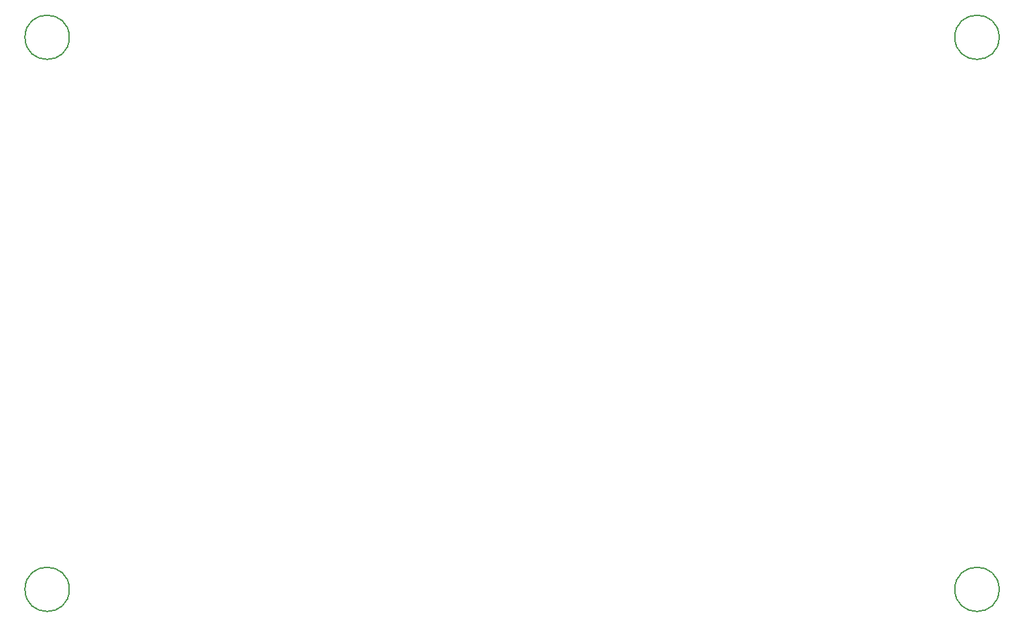
<source format=gbr>
%TF.GenerationSoftware,KiCad,Pcbnew,8.0.0*%
%TF.CreationDate,2024-03-13T17:22:47+01:00*%
%TF.ProjectId,BalloonMotherboardV3,42616c6c-6f6f-46e4-9d6f-74686572626f,rev?*%
%TF.SameCoordinates,Original*%
%TF.FileFunction,Other,Comment*%
%FSLAX46Y46*%
G04 Gerber Fmt 4.6, Leading zero omitted, Abs format (unit mm)*
G04 Created by KiCad (PCBNEW 8.0.0) date 2024-03-13 17:22:47*
%MOMM*%
%LPD*%
G01*
G04 APERTURE LIST*
%ADD10C,0.150000*%
G04 APERTURE END LIST*
D10*
%TO.C,H1*%
X52330000Y-102235000D02*
G75*
G02*
X46730000Y-102235000I-2800000J0D01*
G01*
X46730000Y-102235000D02*
G75*
G02*
X52330000Y-102235000I2800000J0D01*
G01*
%TO.C,H3*%
X169805000Y-172085000D02*
G75*
G02*
X164205000Y-172085000I-2800000J0D01*
G01*
X164205000Y-172085000D02*
G75*
G02*
X169805000Y-172085000I2800000J0D01*
G01*
%TO.C,H2*%
X52330000Y-172085000D02*
G75*
G02*
X46730000Y-172085000I-2800000J0D01*
G01*
X46730000Y-172085000D02*
G75*
G02*
X52330000Y-172085000I2800000J0D01*
G01*
%TO.C,H4*%
X169805000Y-102235000D02*
G75*
G02*
X164205000Y-102235000I-2800000J0D01*
G01*
X164205000Y-102235000D02*
G75*
G02*
X169805000Y-102235000I2800000J0D01*
G01*
%TD*%
M02*

</source>
